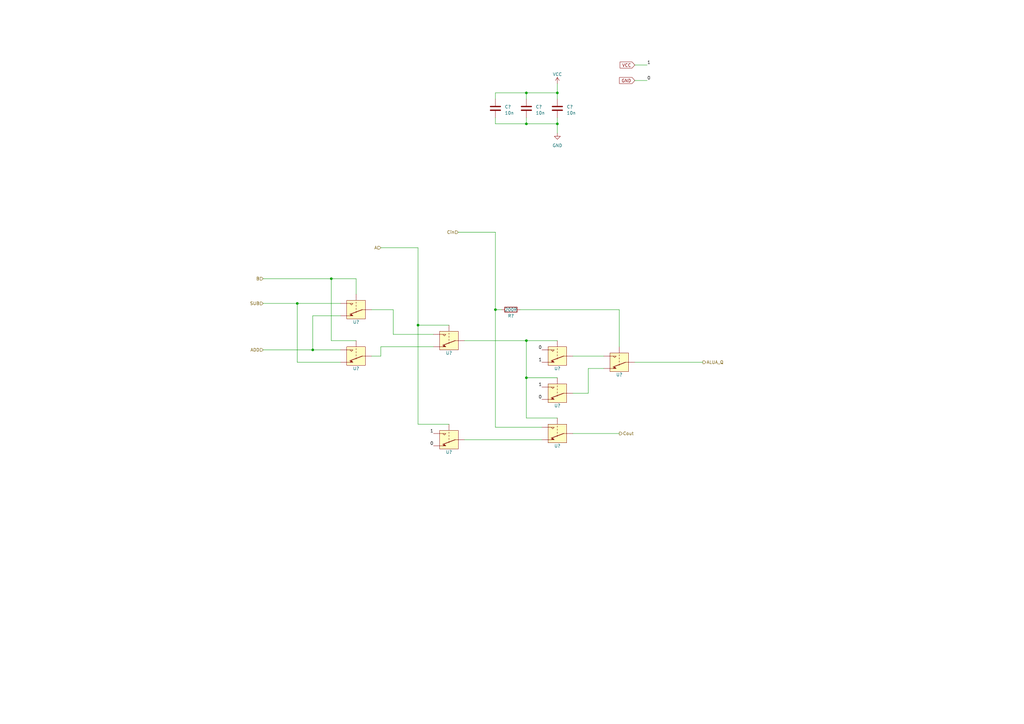
<source format=kicad_sch>
(kicad_sch (version 20230121) (generator eeschema)
  (paper "A3")
  (title_block (title "1 bit Binary Adder/Subtracter"))
  (lib_symbols
    (symbol "Device:C" (pin_numbers hide) (pin_names (offset 0.254))
      (property "Reference" "C" (at 0.635 2.54 0))
      (property "Value" "C" (at 0.635 -2.54 0))
      (symbol "C_0_1"
        (polyline (pts (xy -2.032 -0.762) (xy 2.032 -0.762)) (stroke (width 0.508)))
        (polyline (pts (xy -2.032 0.762) (xy 2.032 0.762)) (stroke (width 0.508)))
      )
      (symbol "C_1_1"
        (pin passive line (at 0 3.81 270) (length 2.794) (name "~") (number "1"))
        (pin passive line (at 0 -3.81 90) (length 2.794) (name "~") (number "2"))
      )
    )
    (symbol "Device:R" (pin_numbers hide) (pin_names (offset 0))
      (property "Reference" "R" (at 2.032 0 90))
      (property "Value" "R" (at 0 0 90))
      (symbol "R_0_1"
        (rectangle (start -1.016 -2.54) (end 1.016 2.54) (stroke (width 0.254)))
      )
      (symbol "R_1_1"
        (pin passive line (at 0 3.81 270) (length 1.27) (name "~") (number "1"))
        (pin passive line (at 0 -3.81 90) (length 1.27) (name "~") (number "2"))
      )
    )
    (symbol "MevaLlibreria:1G3157" (pin_numbers hide)
      (property "Reference" "U" (at 0 -5.08 0))
      (symbol "1G3157_0_0"
        (polyline (pts (xy -3.81 2.54) (xy -1.27 2.54) (xy -1.905 1.905) (xy -2.54 2.54)))
      )
      (symbol "1G3157_0_1"
        (rectangle (start -3.81 3.81) (end 3.81 -3.81) (fill (type background)))
        (polyline (pts (xy 0 -0.635) (xy 0 -1.27)))
        (polyline (pts (xy 0 0.635) (xy 0 0)))
        (polyline (pts (xy 0 1.905) (xy 0 1.27)))
        (polyline (pts (xy 0 3.175) (xy 0 2.54)))
        (polyline (pts (xy 2.54 0) (xy -2.54 -1.905)) (stroke (width 0.254)))
        (polyline (pts (xy 3.81 0) (xy 2.54 0)))
        (polyline (pts (xy -3.81 -2.54) (xy -1.27 -2.54) (xy -1.905 -1.905) (xy -2.54 -2.54)) (fill (type outline)))
      )
      (symbol "1G3157_1_1"
        (pin input line (at -6.35 2.54 0) (length 2.54) (name "~") (number "1"))
        (pin power_in line (at 2.54 -2.54 270) (length 2.54) hide (name "GND") (number "2"))
        (pin input line (at -6.35 -2.54 0) (length 2.54) (name "~") (number "3"))
        (pin output line (at 6.35 0 180) (length 2.54) (name "~") (number "4"))
        (pin power_in line (at 2.54 2.54 90) (length 2.54) hide (name "VCC") (number "5"))
        (pin input line (at 0 6.35 270) (length 2.54) (name "~") (number "6"))
      )
    )
    (symbol "power:GND" (power) (pin_names (offset 0))
      (property "Value" "GND" (at 0 -3.81 0))
      (symbol "GND_0_1"
        (polyline (pts (xy 0 0) (xy 0 -1.27) (xy 1.27 -1.27) (xy 0 -2.54) (xy -1.27 -1.27) (xy 0 -1.27)))
      )
      (symbol "GND_1_1"
        (pin power_in line (at 0 0 270) (length 0) hide (name "GND") (number "1"))
      )
    )
    (symbol "power:VCC" (power) (pin_names (offset 0))
      (property "Value" "VCC" (at 0 3.81 0))
      (symbol "VCC_0_1"
        (polyline (pts (xy -0.762 1.27) (xy 0 2.54)))
        (polyline (pts (xy 0 0) (xy 0 2.54)))
        (polyline (pts (xy 0 2.54) (xy 0.762 1.27)))
      )
      (symbol "VCC_1_1"
        (pin power_in line (at 0 0 90) (length 0) hide (name "VCC") (number "1"))
      )
    )
  )
  (junction (at 171.45 133.35))
  (junction (at 215.9 50.8))
  (junction (at 228.6 38.1))
  (junction (at 228.6 50.8))
  (junction (at 135.89 114.3))
  (junction (at 128.27 143.51))
  (junction (at 215.9 139.7))
  (junction (at 203.2 127))
  (junction (at 215.9 154.94))
  (junction (at 215.9 38.1))
  (junction (at 121.92 124.46))
  (wire (pts (xy 203.2 38.1) (xy 203.2 40.64)))
  (wire (pts (xy 265.43 26.67) (xy 260.35 26.67)))
  (wire (pts (xy 161.29 127) (xy 152.4 127)))
  (wire (pts (xy 121.92 124.46) (xy 139.7 124.46)))
  (wire (pts (xy 215.9 154.94) (xy 228.6 154.94)))
  (wire (pts (xy 215.9 139.7) (xy 228.6 139.7)))
  (wire (pts (xy 135.89 114.3) (xy 146.05 114.3)))
  (wire (pts (xy 265.43 33.02) (xy 260.35 33.02)))
  (wire (pts (xy 171.45 133.35) (xy 184.15 133.35)))
  (wire (pts (xy 247.65 146.05) (xy 234.95 146.05)))
  (wire (pts (xy 107.95 143.51) (xy 128.27 143.51)))
  (wire (pts (xy 215.9 154.94) (xy 215.9 171.45)))
  (wire (pts (xy 215.9 50.8) (xy 215.9 48.26)))
  (wire (pts (xy 107.95 114.3) (xy 135.89 114.3)))
  (wire (pts (xy 156.21 101.6) (xy 171.45 101.6)))
  (wire (pts (xy 203.2 175.26) (xy 222.25 175.26)))
  (wire (pts (xy 171.45 173.99) (xy 171.45 133.35)))
  (wire (pts (xy 139.7 148.59) (xy 121.92 148.59)))
  (wire (pts (xy 203.2 38.1) (xy 215.9 38.1)))
  (wire (pts (xy 146.05 139.7) (xy 135.89 139.7)))
  (wire (pts (xy 128.27 129.54) (xy 128.27 143.51)))
  (wire (pts (xy 171.45 101.6) (xy 171.45 133.35)))
  (wire (pts (xy 203.2 50.8) (xy 215.9 50.8)))
  (wire (pts (xy 241.3 161.29) (xy 241.3 151.13)))
  (wire (pts (xy 161.29 137.16) (xy 177.8 137.16)))
  (wire (pts (xy 171.45 173.99) (xy 184.15 173.99)))
  (wire (pts (xy 228.6 34.29) (xy 228.6 38.1)))
  (wire (pts (xy 128.27 143.51) (xy 139.7 143.51)))
  (wire (pts (xy 234.95 177.8) (xy 254 177.8)))
  (wire (pts (xy 215.9 38.1) (xy 215.9 40.64)))
  (wire (pts (xy 190.5 139.7) (xy 215.9 139.7)))
  (wire (pts (xy 228.6 50.8) (xy 228.6 48.26)))
  (wire (pts (xy 146.05 114.3) (xy 146.05 120.65)))
  (wire (pts (xy 260.35 148.59) (xy 288.29 148.59)))
  (wire (pts (xy 203.2 50.8) (xy 203.2 48.26)))
  (wire (pts (xy 234.95 161.29) (xy 241.3 161.29)))
  (wire (pts (xy 203.2 95.25) (xy 203.2 127)))
  (wire (pts (xy 215.9 171.45) (xy 228.6 171.45)))
  (wire (pts (xy 187.96 95.25) (xy 203.2 95.25)))
  (wire (pts (xy 190.5 180.34) (xy 222.25 180.34)))
  (wire (pts (xy 156.21 142.24) (xy 177.8 142.24)))
  (wire (pts (xy 139.7 129.54) (xy 128.27 129.54)))
  (wire (pts (xy 135.89 114.3) (xy 135.89 139.7)))
  (wire (pts (xy 254 127) (xy 254 142.24)))
  (wire (pts (xy 156.21 146.05) (xy 152.4 146.05)))
  (wire (pts (xy 247.65 151.13) (xy 241.3 151.13)))
  (wire (pts (xy 228.6 50.8) (xy 215.9 50.8)))
  (wire (pts (xy 121.92 148.59) (xy 121.92 124.46)))
  (wire (pts (xy 213.36 127) (xy 254 127)))
  (wire (pts (xy 203.2 127) (xy 203.2 175.26)))
  (wire (pts (xy 215.9 38.1) (xy 228.6 38.1)))
  (wire (pts (xy 161.29 137.16) (xy 161.29 127)))
  (wire (pts (xy 228.6 50.8) (xy 228.6 54.61)))
  (wire (pts (xy 215.9 139.7) (xy 215.9 154.94)))
  (wire (pts (xy 203.2 127) (xy 205.74 127)))
  (wire (pts (xy 107.95 124.46) (xy 121.92 124.46)))
  (wire (pts (xy 228.6 38.1) (xy 228.6 40.64)))
  (wire (pts (xy 156.21 142.24) (xy 156.21 146.05)))
  (label "1" (at 177.8 177.8 180))
  (label "0" (at 265.43 33.02 0))
  (label "0" (at 222.25 143.51 180))
  (label "1" (at 265.43 26.67 0))
  (label "0" (at 177.8 182.88 180))
  (label "1" (at 222.25 158.75 180))
  (label "1" (at 222.25 148.59 180))
  (label "0" (at 222.25 163.83 180))
  (global_label "GND" (shape input) (at 260.35 33.02 180) (property "Intersheetrefs" "${INTERSHEET_REFS}" (effects hide)))
  (global_label "VCC" (shape input) (at 260.35 26.67 180) (property "Intersheetrefs" "${INTERSHEET_REFS}" (effects hide)))
  (hierarchical_label "A" (shape input) (at 156.21 101.6 180))
  (hierarchical_label "SUB" (shape input) (at 107.95 124.46 180))
  (hierarchical_label "Cout" (shape output) (at 254 177.8 0))
  (hierarchical_label "B" (shape input) (at 107.95 114.3 180))
  (hierarchical_label "ALUA_Q" (shape output) (at 288.29 148.59 0))
  (hierarchical_label "Cin" (shape input) (at 187.96 95.25 180))
  (hierarchical_label "ADD" (shape input) (at 107.95 143.51 180))
  (symbol (lib_id "MevaLlibreria:1G3157") (at 184.15 139.7 0) (unit 1)
    (property "Reference" "U?" (at 184.15 144.78 0))
    (property "Value" "1G3157" (effects hide))
    (property "Footprint" "Package_TO_SOT_SMD:SOT-23-6" (effects hide))
    (property "Datasheet" "https://www.ti.com/lit/ds/symlink/sn74lvc1g3157.pdf" (effects hide))
    (property "Sim.Name" "74LVC1G3157" (effects hide))
    (property "Sim.Library" "../SpiceModelsGlobal/AnalogSPDT.txt" (effects hide))
    (property "Sim.Device" "SUBCKT" (effects hide))
    (property "Sim.Pins" "1=1 3=3 4=4 5=5 6=6" (effects hide))
    (property "Manufacturer" "Texas Instruments" (effects hide))
    (property "Part Number" "SN74LVC1G3157DBVR" (effects hide))
    (instances (project "MiniCalc_A" (path "" (reference "U?") (unit 1)) (path "" (reference "U38") (unit 1)) (path "" (reference "U46") (unit 1)) (path "" (reference "U54") (unit 1)) (path "" (reference "U30") (unit 1))) (project "MiniCalc_X" (path "" (reference "U?") (unit 1)) (path "" (reference "U?") (unit 1)) (path "" (reference "U?") (unit 1)) (path "" (reference "U?") (unit 1))))
  )
  (symbol (lib_id "Device:R") (at 209.55 127 270) (unit 1)
    (property "Reference" "R?" (at 209.55 129.54 90))
    (property "Value" "200R" (at 209.55 127 90))
    (property "Footprint" "Resistor_SMD:R_0603_1608Metric" (effects hide))
    (instances (project "MiniCalc_A" (path "" (reference "R?") (unit 1)) (path "" (reference "R?") (unit 1)) (path "" (reference "R71") (unit 1)) (path "" (reference "R72") (unit 1)) (path "" (reference "R73") (unit 1)) (path "" (reference "R70") (unit 1))) (project "MiniCalc_X" (path "" (reference "R?") (unit 1)) (path "" (reference "R?") (unit 1)) (path "" (reference "R?") (unit 1)) (path "" (reference "R?") (unit 1))))
  )
  (symbol (lib_id "power:GND") (at 228.6 54.61 0) (unit 1)
    (property "Reference" "#PWR?" (effects hide))
    (property "Value" "GND" (at 228.6 59.69 0))
    (instances (project "MiniCalc_A" (path "" (reference "#PWR?") (unit 1)) (path "" (reference "#PWR056") (unit 1)) (path "" (reference "#PWR058") (unit 1)) (path "" (reference "#PWR060") (unit 1)) (path "" (reference "#PWR054") (unit 1))) (project "MiniCalc_X" (path "" (reference "#PWR?") (unit 1)) (path "" (reference "#PWR?") (unit 1)) (path "" (reference "#PWR?") (unit 1)) (path "" (reference "#PWR?") (unit 1))))
  )
  (symbol (lib_id "Device:C") (at 228.6 44.45 0) (unit 1)
    (property "Reference" "C?" (at 232.41 43.815 0) (effects (justify left)))
    (property "Value" "10n" (at 232.41 46.355 0) (effects (justify left)))
    (property "Footprint" "Capacitor_SMD:C_0603_1608Metric" (effects hide))
    (instances (project "MiniCalc_A" (path "" (reference "C?") (unit 1)) (path "" (reference "C28") (unit 1)) (path "" (reference "C31") (unit 1)) (path "" (reference "C34") (unit 1)) (path "" (reference "C25") (unit 1))) (project "MiniCalc_X" (path "" (reference "C?") (unit 1)) (path "" (reference "C?") (unit 1)) (path "" (reference "C?") (unit 1)) (path "" (reference "C?") (unit 1))))
  )
  (symbol (lib_id "MevaLlibreria:1G3157") (at 184.15 180.34 0) (unit 1)
    (property "Reference" "U?" (at 184.15 185.42 0))
    (property "Value" "1G3157" (effects hide))
    (property "Footprint" "Package_TO_SOT_SMD:SOT-23-6" (effects hide))
    (property "Datasheet" "https://www.ti.com/lit/ds/symlink/sn74lvc1g3157.pdf" (effects hide))
    (property "Sim.Name" "74LVC1G3157" (effects hide))
    (property "Sim.Library" "../SpiceModelsGlobal/AnalogSPDT.txt" (effects hide))
    (property "Sim.Device" "SUBCKT" (effects hide))
    (property "Sim.Pins" "1=1 3=3 4=4 5=5 6=6" (effects hide))
    (property "Manufacturer" "Texas Instruments" (effects hide))
    (property "Part Number" "SN74LVC1G3157DBVR" (effects hide))
    (instances (project "MiniCalc_A" (path "" (reference "U?") (unit 1)) (path "" (reference "U39") (unit 1)) (path "" (reference "U47") (unit 1)) (path "" (reference "U55") (unit 1)) (path "" (reference "U31") (unit 1))) (project "MiniCalc_X" (path "" (reference "U?") (unit 1)) (path "" (reference "U?") (unit 1)) (path "" (reference "U?") (unit 1)) (path "" (reference "U?") (unit 1))))
  )
  (symbol (lib_id "Device:C") (at 215.9 44.45 0) (unit 1)
    (property "Reference" "C?" (at 219.71 43.815 0) (effects (justify left)))
    (property "Value" "10n" (at 219.71 46.355 0) (effects (justify left)))
    (property "Footprint" "Capacitor_SMD:C_0603_1608Metric" (effects hide))
    (instances (project "MiniCalc_A" (path "" (reference "C?") (unit 1)) (path "" (reference "C27") (unit 1)) (path "" (reference "C30") (unit 1)) (path "" (reference "C33") (unit 1)) (path "" (reference "C24") (unit 1))) (project "MiniCalc_X" (path "" (reference "C?") (unit 1)) (path "" (reference "C?") (unit 1)) (path "" (reference "C?") (unit 1)) (path "" (reference "C?") (unit 1))))
  )
  (symbol (lib_id "MevaLlibreria:1G3157") (at 228.6 161.29 0) (unit 1)
    (property "Reference" "U?" (at 228.6 166.37 0))
    (property "Value" "1G3157" (effects hide))
    (property "Footprint" "Package_TO_SOT_SMD:SOT-23-6" (effects hide))
    (property "Datasheet" "https://www.ti.com/lit/ds/symlink/sn74lvc1g3157.pdf" (effects hide))
    (property "Sim.Name" "74LVC1G3157" (effects hide))
    (property "Sim.Library" "../SpiceModelsGlobal/AnalogSPDT.txt" (effects hide))
    (property "Sim.Device" "SUBCKT" (effects hide))
    (property "Sim.Pins" "1=1 3=3 4=4 5=5 6=6" (effects hide))
    (property "Manufacturer" "Texas Instruments" (effects hide))
    (property "Part Number" "SN74LVC1G3157DBVR" (effects hide))
    (instances (project "MiniCalc_A" (path "" (reference "U?") (unit 1)) (path "" (reference "U41") (unit 1)) (path "" (reference "U49") (unit 1)) (path "" (reference "U57") (unit 1)) (path "" (reference "U33") (unit 1))) (project "MiniCalc_X" (path "" (reference "U?") (unit 1)) (path "" (reference "U?") (unit 1)) (path "" (reference "U?") (unit 1)) (path "" (reference "U?") (unit 1))))
  )
  (symbol (lib_id "MevaLlibreria:1G3157") (at 146.05 146.05 0) (unit 1)
    (property "Reference" "U?" (at 146.05 151.13 0))
    (property "Value" "1G3157" (effects hide))
    (property "Footprint" "Package_TO_SOT_SMD:SOT-23-6" (effects hide))
    (property "Datasheet" "https://www.ti.com/lit/ds/symlink/sn74lvc1g3157.pdf" (effects hide))
    (property "Sim.Name" "74LVC1G3157" (effects hide))
    (property "Sim.Library" "../SpiceModelsGlobal/AnalogSPDT.txt" (effects hide))
    (property "Sim.Device" "SUBCKT" (effects hide))
    (property "Sim.Pins" "1=1 3=3 4=4 5=5 6=6" (effects hide))
    (property "Manufacturer" "Texas Instruments" (effects hide))
    (property "Part Number" "SN74LVC1G3157DBVR" (effects hide))
    (instances (project "MiniCalc_A" (path "" (reference "U?") (unit 1)) (path "" (reference "U37") (unit 1)) (path "" (reference "U45") (unit 1)) (path "" (reference "U53") (unit 1)) (path "" (reference "U29") (unit 1))) (project "MiniCalc_X" (path "" (reference "U?") (unit 1)) (path "" (reference "U?") (unit 1)) (path "" (reference "U?") (unit 1)) (path "" (reference "U?") (unit 1))))
  )
  (symbol (lib_id "MevaLlibreria:1G3157") (at 146.05 127 0) (unit 1)
    (property "Reference" "U?" (at 146.05 132.08 0))
    (property "Value" "1G3157" (effects hide))
    (property "Footprint" "Package_TO_SOT_SMD:SOT-23-6" (effects hide))
    (property "Datasheet" "https://www.ti.com/lit/ds/symlink/sn74lvc1g3157.pdf" (effects hide))
    (property "Sim.Name" "74LVC1G3157" (effects hide))
    (property "Sim.Library" "../SpiceModelsGlobal/AnalogSPDT.txt" (effects hide))
    (property "Sim.Device" "SUBCKT" (effects hide))
    (property "Sim.Pins" "1=1 3=3 4=4 5=5 6=6" (effects hide))
    (property "Manufacturer" "Texas Instruments" (effects hide))
    (property "Part Number" "SN74LVC1G3157DBVR" (effects hide))
    (instances (project "MiniCalc_A" (path "" (reference "U?") (unit 1)) (path "" (reference "U36") (unit 1)) (path "" (reference "U44") (unit 1)) (path "" (reference "U52") (unit 1)) (path "" (reference "U28") (unit 1))) (project "MiniCalc_X" (path "" (reference "U?") (unit 1)) (path "" (reference "U?") (unit 1)) (path "" (reference "U?") (unit 1)) (path "" (reference "U?") (unit 1))))
  )
  (symbol (lib_id "power:VCC") (at 228.6 34.29 0) (unit 1)
    (property "Reference" "#PWR?" (effects hide))
    (property "Value" "VCC" (at 228.6 30.48 0))
    (instances (project "MiniCalc_A" (path "" (reference "#PWR?") (unit 1)) (path "" (reference "#PWR055") (unit 1)) (path "" (reference "#PWR057") (unit 1)) (path "" (reference "#PWR059") (unit 1)) (path "" (reference "#PWR053") (unit 1))) (project "MiniCalc_X" (path "" (reference "#PWR?") (unit 1)) (path "" (reference "#PWR?") (unit 1)) (path "" (reference "#PWR?") (unit 1)) (path "" (reference "#PWR?") (unit 1))))
  )
  (symbol (lib_id "MevaLlibreria:1G3157") (at 254 148.59 0) (unit 1)
    (property "Reference" "U?" (at 254 153.67 0))
    (property "Value" "1G3157" (effects hide))
    (property "Footprint" "Package_TO_SOT_SMD:SOT-23-6" (effects hide))
    (property "Datasheet" "https://www.ti.com/lit/ds/symlink/sn74lvc1g3157.pdf" (effects hide))
    (property "Sim.Name" "74LVC1G3157" (effects hide))
    (property "Sim.Library" "../SpiceModelsGlobal/AnalogSPDT.txt" (effects hide))
    (property "Sim.Device" "SUBCKT" (effects hide))
    (property "Sim.Pins" "1=1 3=3 4=4 5=5 6=6" (effects hide))
    (property "Manufacturer" "Texas Instruments" (effects hide))
    (property "Part Number" "SN74LVC1G3157DBVR" (effects hide))
    (instances (project "MiniCalc_A" (path "" (reference "U?") (unit 1)) (path "" (reference "U43") (unit 1)) (path "" (reference "U51") (unit 1)) (path "" (reference "U59") (unit 1)) (path "" (reference "U35") (unit 1))) (project "MiniCalc_X" (path "" (reference "U?") (unit 1)) (path "" (reference "U?") (unit 1)) (path "" (reference "U?") (unit 1)) (path "" (reference "U?") (unit 1))))
  )
  (symbol (lib_id "Device:C") (at 203.2 44.45 0) (unit 1)
    (property "Reference" "C?" (at 207.01 43.815 0) (effects (justify left)))
    (property "Value" "10n" (at 207.01 46.355 0) (effects (justify left)))
    (property "Footprint" "Capacitor_SMD:C_0603_1608Metric" (effects hide))
    (instances (project "MiniCalc_A" (path "" (reference "C?") (unit 1)) (path "" (reference "C26") (unit 1)) (path "" (reference "C29") (unit 1)) (path "" (reference "C32") (unit 1)) (path "" (reference "C23") (unit 1))) (project "MiniCalc_X" (path "" (reference "C?") (unit 1)) (path "" (reference "C?") (unit 1)) (path "" (reference "C?") (unit 1)) (path "" (reference "C?") (unit 1))))
  )
  (symbol (lib_id "MevaLlibreria:1G3157") (at 228.6 146.05 0) (unit 1)
    (property "Reference" "U?" (at 228.6 151.13 0))
    (property "Value" "1G3157" (effects hide))
    (property "Footprint" "Package_TO_SOT_SMD:SOT-23-6" (effects hide))
    (property "Datasheet" "https://www.ti.com/lit/ds/symlink/sn74lvc1g3157.pdf" (effects hide))
    (property "Sim.Name" "74LVC1G3157" (effects hide))
    (property "Sim.Library" "../SpiceModelsGlobal/AnalogSPDT.txt" (effects hide))
    (property "Sim.Device" "SUBCKT" (effects hide))
    (property "Sim.Pins" "1=1 3=3 4=4 5=5 6=6" (effects hide))
    (property "Manufacturer" "Texas Instruments" (effects hide))
    (property "Part Number" "SN74LVC1G3157DBVR" (effects hide))
    (instances (project "MiniCalc_A" (path "" (reference "U?") (unit 1)) (path "" (reference "U40") (unit 1)) (path "" (reference "U48") (unit 1)) (path "" (reference "U56") (unit 1)) (path "" (reference "U32") (unit 1))) (project "MiniCalc_X" (path "" (reference "U?") (unit 1)) (path "" (reference "U?") (unit 1)) (path "" (reference "U?") (unit 1)) (path "" (reference "U?") (unit 1))))
  )
  (symbol (lib_id "MevaLlibreria:1G3157") (at 228.6 177.8 0) (unit 1)
    (property "Reference" "U?" (at 228.6 182.88 0))
    (property "Value" "1G3157" (effects hide))
    (property "Footprint" "Package_TO_SOT_SMD:SOT-23-6" (effects hide))
    (property "Datasheet" "https://www.ti.com/lit/ds/symlink/sn74lvc1g3157.pdf" (effects hide))
    (property "Sim.Name" "74LVC1G3157" (effects hide))
    (property "Sim.Library" "../SpiceModelsGlobal/AnalogSPDT.txt" (effects hide))
    (property "Sim.Device" "SUBCKT" (effects hide))
    (property "Sim.Pins" "1=1 3=3 4=4 5=5 6=6" (effects hide))
    (property "Manufacturer" "Texas Instruments" (effects hide))
    (property "Part Number" "SN74LVC1G3157DBVR" (effects hide))
    (instances (project "MiniCalc_A" (path "" (reference "U?") (unit 1)) (path "" (reference "U42") (unit 1)) (path "" (reference "U50") (unit 1)) (path "" (reference "U58") (unit 1)) (path "" (reference "U34") (unit 1))) (project "MiniCalc_X" (path "" (reference "U?") (unit 1)) (path "" (reference "U?") (unit 1)) (path "" (reference "U?") (unit 1)) (path "" (reference "U?") (unit 1))))
  )
)
</source>
